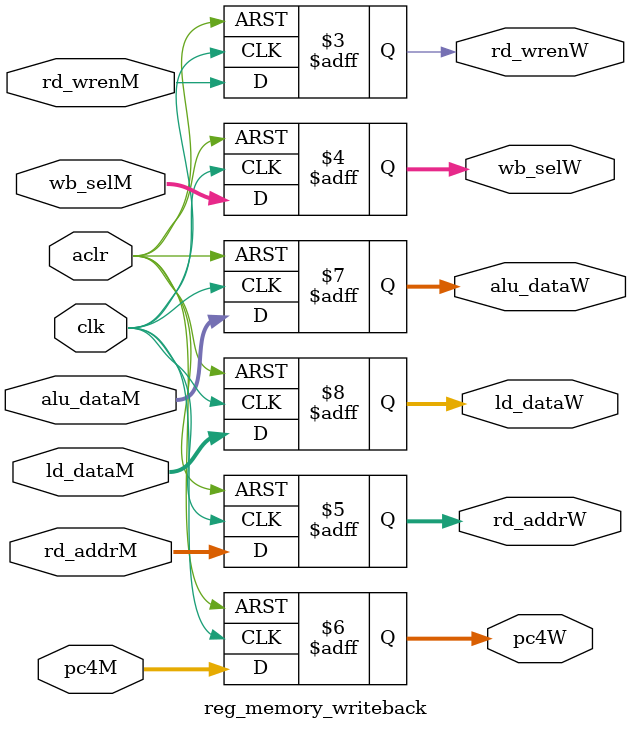
<source format=sv>
module reg_memory_writeback (
    input         rd_wrenM,
    input  [1:0]  wb_selM,
    input  [4:0]  rd_addrM,
    input  [12:0] pc4M,
    input  [31:0] alu_dataM, ld_dataM,

    input         clk, aclr,

    output logic        rd_wrenW,
    output logic [1:0]  wb_selW,
    output logic [4:0]  rd_addrW,
    output logic [12:0] pc4W,
    output logic [31:0] alu_dataW, ld_dataW
);

    always_ff @ (posedge clk, negedge aclr)
    if (!aclr) {wb_selW, rd_wrenW, alu_dataW, ld_dataW, rd_addrW, pc4W} = 'b0;
    else       {wb_selW, rd_wrenW, alu_dataW, ld_dataW, rd_addrW, pc4W} = {wb_selM, rd_wrenM, alu_dataM, ld_dataM, rd_addrM, pc4M};

endmodule
</source>
